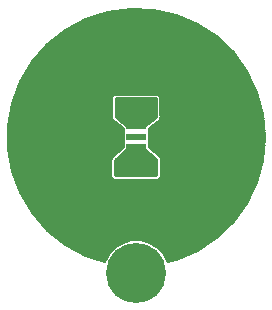
<source format=gbl>
G75*
%MOIN*%
%OFA0B0*%
%FSLAX25Y25*%
%IPPOS*%
%LPD*%
%AMOC8*
5,1,8,0,0,1.08239X$1,22.5*
%
%ADD10R,0.06693X0.01969*%
%ADD11R,0.06693X0.00984*%
%ADD12C,0.15000*%
%ADD13C,0.20000*%
%ADD14C,0.01000*%
%ADD15R,0.03762X0.03762*%
D10*
X0087062Y0059000D03*
D11*
X0087062Y0061854D03*
X0087062Y0056146D03*
D12*
X0087062Y0094433D03*
D13*
X0087062Y0013724D03*
D14*
X0052437Y0033843D02*
X0048501Y0040430D01*
X0045805Y0047614D01*
X0044435Y0055163D01*
X0044435Y0062837D01*
X0045805Y0070386D01*
X0048501Y0077570D01*
X0052437Y0084157D01*
X0057485Y0089936D01*
X0063484Y0094720D01*
X0070241Y0098356D01*
X0077539Y0100727D01*
X0085142Y0101757D01*
X0092808Y0101413D01*
X0100288Y0099705D01*
X0107344Y0096689D01*
X0113748Y0092462D01*
X0119294Y0087160D01*
X0123804Y0080952D01*
X0127133Y0074039D01*
X0129175Y0066642D01*
X0129862Y0059000D01*
X0129175Y0051358D01*
X0129175Y0051358D01*
X0127133Y0043961D01*
X0123804Y0037048D01*
X0119294Y0030840D01*
X0113748Y0025538D01*
X0107344Y0021310D01*
X0100288Y0018295D01*
X0097500Y0017658D01*
X0097406Y0018009D01*
X0095945Y0020540D01*
X0093878Y0022607D01*
X0091347Y0024068D01*
X0088524Y0024824D01*
X0085601Y0024824D01*
X0082778Y0024068D01*
X0080247Y0022607D01*
X0078180Y0020540D01*
X0076719Y0018009D01*
X0076603Y0017577D01*
X0070241Y0019644D01*
X0063484Y0023280D01*
X0057485Y0028064D01*
X0052437Y0033843D01*
X0052778Y0033452D02*
X0121192Y0033452D01*
X0120466Y0032454D02*
X0053650Y0032454D01*
X0054522Y0031455D02*
X0119741Y0031455D01*
X0119294Y0030840D02*
X0119294Y0030840D01*
X0118893Y0030457D02*
X0055395Y0030457D01*
X0056267Y0029458D02*
X0117849Y0029458D01*
X0116804Y0028460D02*
X0057140Y0028460D01*
X0058241Y0027461D02*
X0115760Y0027461D01*
X0114716Y0026463D02*
X0059493Y0026463D01*
X0060745Y0025464D02*
X0113637Y0025464D01*
X0112124Y0024466D02*
X0089862Y0024466D01*
X0092387Y0023467D02*
X0110611Y0023467D01*
X0109099Y0022469D02*
X0094016Y0022469D01*
X0095014Y0021470D02*
X0107586Y0021470D01*
X0105382Y0020472D02*
X0095984Y0020472D01*
X0096561Y0019473D02*
X0103046Y0019473D01*
X0100709Y0018475D02*
X0097137Y0018475D01*
X0084263Y0024466D02*
X0061998Y0024466D01*
X0063250Y0023467D02*
X0081738Y0023467D01*
X0080109Y0022469D02*
X0064992Y0022469D01*
X0066848Y0021470D02*
X0079111Y0021470D01*
X0078141Y0020472D02*
X0068703Y0020472D01*
X0070767Y0019473D02*
X0077564Y0019473D01*
X0076988Y0018475D02*
X0073840Y0018475D01*
X0052073Y0034451D02*
X0121917Y0034451D01*
X0122643Y0035449D02*
X0051477Y0035449D01*
X0050880Y0036448D02*
X0123368Y0036448D01*
X0123996Y0037446D02*
X0050284Y0037446D01*
X0049687Y0038445D02*
X0124477Y0038445D01*
X0124958Y0039443D02*
X0049090Y0039443D01*
X0048496Y0040442D02*
X0125439Y0040442D01*
X0125919Y0041440D02*
X0048122Y0041440D01*
X0047747Y0042439D02*
X0126400Y0042439D01*
X0126881Y0043437D02*
X0047372Y0043437D01*
X0046997Y0044436D02*
X0127264Y0044436D01*
X0127540Y0045434D02*
X0095447Y0045434D01*
X0095537Y0045525D02*
X0095537Y0050914D01*
X0095587Y0050972D01*
X0095537Y0051566D01*
X0095537Y0052163D01*
X0095483Y0052217D01*
X0095477Y0052293D01*
X0095022Y0052678D01*
X0094600Y0053100D01*
X0094524Y0053100D01*
X0091509Y0055651D01*
X0091509Y0057093D01*
X0091276Y0057327D01*
X0091509Y0057560D01*
X0091509Y0060440D01*
X0091276Y0060673D01*
X0091509Y0060907D01*
X0091509Y0061975D01*
X0094158Y0063962D01*
X0094288Y0063962D01*
X0094676Y0064351D01*
X0095115Y0064680D01*
X0095133Y0064808D01*
X0095225Y0064900D01*
X0095225Y0065449D01*
X0095303Y0065992D01*
X0095225Y0066096D01*
X0095225Y0072475D01*
X0094288Y0073412D01*
X0079837Y0073412D01*
X0078900Y0072475D01*
X0078900Y0066096D01*
X0078822Y0065992D01*
X0078900Y0065449D01*
X0078900Y0064900D01*
X0078992Y0064808D01*
X0079010Y0064680D01*
X0079449Y0064351D01*
X0079837Y0063962D01*
X0079967Y0063962D01*
X0082616Y0061975D01*
X0082616Y0060907D01*
X0082849Y0060673D01*
X0082616Y0060440D01*
X0082616Y0057560D01*
X0082849Y0057327D01*
X0082616Y0057093D01*
X0082616Y0055607D01*
X0079562Y0052787D01*
X0079525Y0052787D01*
X0079079Y0052341D01*
X0078615Y0051914D01*
X0078614Y0051877D01*
X0078588Y0051850D01*
X0078588Y0051219D01*
X0078562Y0050589D01*
X0078588Y0050562D01*
X0078588Y0045525D01*
X0079525Y0044587D01*
X0094600Y0044587D01*
X0095537Y0045525D01*
X0095537Y0046433D02*
X0127816Y0046433D01*
X0128091Y0047432D02*
X0095537Y0047432D01*
X0095537Y0048430D02*
X0128367Y0048430D01*
X0128642Y0049429D02*
X0095537Y0049429D01*
X0095537Y0050427D02*
X0128918Y0050427D01*
X0129181Y0051426D02*
X0095549Y0051426D01*
X0095322Y0052424D02*
X0129271Y0052424D01*
X0129361Y0053423D02*
X0094142Y0053423D01*
X0092962Y0054421D02*
X0129450Y0054421D01*
X0129540Y0055420D02*
X0091782Y0055420D01*
X0091509Y0056418D02*
X0129630Y0056418D01*
X0129720Y0057417D02*
X0091365Y0057417D01*
X0091509Y0058415D02*
X0129810Y0058415D01*
X0129825Y0059414D02*
X0091509Y0059414D01*
X0091509Y0060412D02*
X0129735Y0060412D01*
X0129646Y0061411D02*
X0091509Y0061411D01*
X0092087Y0062409D02*
X0129556Y0062409D01*
X0129466Y0063408D02*
X0093419Y0063408D01*
X0094750Y0064406D02*
X0129376Y0064406D01*
X0129286Y0065405D02*
X0095225Y0065405D01*
X0095225Y0066403D02*
X0129196Y0066403D01*
X0128965Y0067402D02*
X0095225Y0067402D01*
X0095225Y0068400D02*
X0128689Y0068400D01*
X0128414Y0069399D02*
X0095225Y0069399D01*
X0095225Y0070397D02*
X0128138Y0070397D01*
X0127863Y0071396D02*
X0095225Y0071396D01*
X0095225Y0072394D02*
X0127587Y0072394D01*
X0127312Y0073393D02*
X0094307Y0073393D01*
X0093625Y0071813D02*
X0093625Y0065563D01*
X0089875Y0062750D01*
X0089875Y0062125D01*
X0084250Y0062125D01*
X0084250Y0062750D01*
X0080500Y0065563D01*
X0080500Y0071813D01*
X0093625Y0071813D01*
X0093625Y0071396D02*
X0080500Y0071396D01*
X0080500Y0070397D02*
X0093625Y0070397D01*
X0093625Y0069399D02*
X0080500Y0069399D01*
X0080500Y0068400D02*
X0093625Y0068400D01*
X0093625Y0067402D02*
X0080500Y0067402D01*
X0080500Y0066403D02*
X0093625Y0066403D01*
X0093415Y0065405D02*
X0080710Y0065405D01*
X0082042Y0064406D02*
X0092083Y0064406D01*
X0090752Y0063408D02*
X0083373Y0063408D01*
X0084250Y0062409D02*
X0089875Y0062409D01*
X0082616Y0061411D02*
X0044435Y0061411D01*
X0044435Y0062409D02*
X0082038Y0062409D01*
X0080706Y0063408D02*
X0044538Y0063408D01*
X0044720Y0064406D02*
X0079375Y0064406D01*
X0078900Y0065405D02*
X0044901Y0065405D01*
X0045082Y0066403D02*
X0078900Y0066403D01*
X0078900Y0067402D02*
X0045263Y0067402D01*
X0045444Y0068400D02*
X0078900Y0068400D01*
X0078900Y0069399D02*
X0045626Y0069399D01*
X0045809Y0070397D02*
X0078900Y0070397D01*
X0078900Y0071396D02*
X0046184Y0071396D01*
X0046558Y0072394D02*
X0078900Y0072394D01*
X0079818Y0073393D02*
X0046933Y0073393D01*
X0047308Y0074391D02*
X0126964Y0074391D01*
X0126483Y0075390D02*
X0047683Y0075390D01*
X0048057Y0076388D02*
X0126002Y0076388D01*
X0125521Y0077387D02*
X0048432Y0077387D01*
X0048988Y0078385D02*
X0125040Y0078385D01*
X0124559Y0079384D02*
X0049585Y0079384D01*
X0050181Y0080382D02*
X0124078Y0080382D01*
X0123493Y0081381D02*
X0050778Y0081381D01*
X0051374Y0082379D02*
X0122767Y0082379D01*
X0122042Y0083378D02*
X0051971Y0083378D01*
X0052628Y0084376D02*
X0121316Y0084376D01*
X0120591Y0085375D02*
X0053500Y0085375D01*
X0054373Y0086373D02*
X0119865Y0086373D01*
X0119072Y0087372D02*
X0055245Y0087372D01*
X0056118Y0088370D02*
X0118028Y0088370D01*
X0116983Y0089369D02*
X0056990Y0089369D01*
X0058027Y0090368D02*
X0115939Y0090368D01*
X0114895Y0091366D02*
X0059279Y0091366D01*
X0060531Y0092365D02*
X0113850Y0092365D01*
X0112383Y0093363D02*
X0061783Y0093363D01*
X0063035Y0094362D02*
X0110871Y0094362D01*
X0109358Y0095360D02*
X0064674Y0095360D01*
X0066530Y0096359D02*
X0107845Y0096359D01*
X0105782Y0097357D02*
X0068385Y0097357D01*
X0070241Y0098356D02*
X0103446Y0098356D01*
X0101110Y0099354D02*
X0073314Y0099354D01*
X0076387Y0100353D02*
X0097452Y0100353D01*
X0093077Y0101351D02*
X0082147Y0101351D01*
X0082616Y0060412D02*
X0044435Y0060412D01*
X0044435Y0059414D02*
X0082616Y0059414D01*
X0082616Y0058415D02*
X0044435Y0058415D01*
X0044435Y0057417D02*
X0082760Y0057417D01*
X0082616Y0056418D02*
X0044435Y0056418D01*
X0044435Y0055420D02*
X0082413Y0055420D01*
X0081332Y0054421D02*
X0044570Y0054421D01*
X0044751Y0053423D02*
X0080250Y0053423D01*
X0079161Y0052424D02*
X0044932Y0052424D01*
X0045113Y0051426D02*
X0078588Y0051426D01*
X0078588Y0050427D02*
X0045294Y0050427D01*
X0045476Y0049429D02*
X0078588Y0049429D01*
X0078588Y0048430D02*
X0045657Y0048430D01*
X0045873Y0047432D02*
X0078588Y0047432D01*
X0078588Y0046433D02*
X0046248Y0046433D01*
X0046623Y0045434D02*
X0078678Y0045434D01*
X0080188Y0046187D02*
X0080188Y0051187D01*
X0084250Y0054937D01*
X0084250Y0055875D01*
X0089875Y0055875D01*
X0089875Y0054937D01*
X0093937Y0051500D01*
X0093937Y0046187D01*
X0080188Y0046187D01*
X0080188Y0046433D02*
X0093937Y0046433D01*
X0093937Y0047432D02*
X0080188Y0047432D01*
X0080188Y0048430D02*
X0093937Y0048430D01*
X0093937Y0049429D02*
X0080188Y0049429D01*
X0080188Y0050427D02*
X0093937Y0050427D01*
X0093937Y0051426D02*
X0080445Y0051426D01*
X0081527Y0052424D02*
X0092845Y0052424D01*
X0091665Y0053423D02*
X0082609Y0053423D01*
X0083691Y0054421D02*
X0090485Y0054421D01*
X0089875Y0055420D02*
X0084250Y0055420D01*
D15*
X0083313Y0049000D03*
X0091125Y0049000D03*
X0091125Y0069000D03*
X0083313Y0069000D03*
X0060500Y0032125D03*
M02*

</source>
